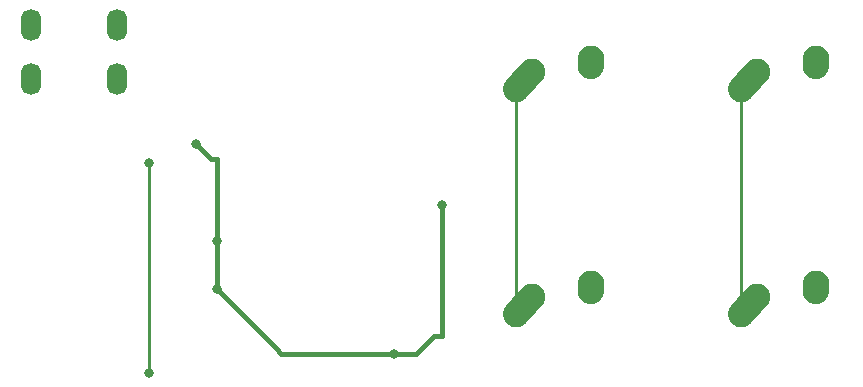
<source format=gtl>
G04 #@! TF.GenerationSoftware,KiCad,Pcbnew,(5.1.6)-1*
G04 #@! TF.CreationDate,2020-06-20T22:30:41-04:00*
G04 #@! TF.ProjectId,first-keep-pcb,66697273-742d-46b6-9565-702d7063622e,rev?*
G04 #@! TF.SameCoordinates,Original*
G04 #@! TF.FileFunction,Copper,L1,Top*
G04 #@! TF.FilePolarity,Positive*
%FSLAX46Y46*%
G04 Gerber Fmt 4.6, Leading zero omitted, Abs format (unit mm)*
G04 Created by KiCad (PCBNEW (5.1.6)-1) date 2020-06-20 22:30:41*
%MOMM*%
%LPD*%
G01*
G04 APERTURE LIST*
G04 #@! TA.AperFunction,ComponentPad*
%ADD10O,1.700000X2.700000*%
G04 #@! TD*
G04 #@! TA.AperFunction,ComponentPad*
%ADD11C,2.250000*%
G04 #@! TD*
G04 #@! TA.AperFunction,ViaPad*
%ADD12C,0.800000*%
G04 #@! TD*
G04 #@! TA.AperFunction,Conductor*
%ADD13C,0.381000*%
G04 #@! TD*
G04 #@! TA.AperFunction,Conductor*
%ADD14C,0.254000*%
G04 #@! TD*
G04 APERTURE END LIST*
D10*
G04 #@! TO.P,USB1,6*
G04 #@! TO.N,Net-(USB1-Pad6)*
X81281250Y-61118750D03*
X88581250Y-61118750D03*
X88581250Y-65618750D03*
X81281250Y-65618750D03*
G04 #@! TD*
D11*
G04 #@! TO.P,MX4,1*
G04 #@! TO.N,COL1*
X142756250Y-84106250D03*
G04 #@! TA.AperFunction,ComponentPad*
G36*
G01*
X140694933Y-86403595D02*
X140694933Y-86403595D01*
G75*
G02*
X140608905Y-84814933I751317J837345D01*
G01*
X141918907Y-83354933D01*
G75*
G02*
X143507569Y-83268905I837345J-751317D01*
G01*
X143507569Y-83268905D01*
G75*
G02*
X143593597Y-84857567I-751317J-837345D01*
G01*
X142283595Y-86317567D01*
G75*
G02*
X140694933Y-86403595I-837345J751317D01*
G01*
G37*
G04 #@! TD.AperFunction*
G04 #@! TO.P,MX4,2*
G04 #@! TO.N,Net-(D4-Pad2)*
X147796250Y-83026250D03*
G04 #@! TA.AperFunction,ComponentPad*
G36*
G01*
X147678847Y-84728584D02*
X147678847Y-84728584D01*
G75*
G02*
X146633916Y-83528847I77403J1122334D01*
G01*
X146673916Y-82948847D01*
G75*
G02*
X147873653Y-81903916I1122334J-77403D01*
G01*
X147873653Y-81903916D01*
G75*
G02*
X148918584Y-83103653I-77403J-1122334D01*
G01*
X148878584Y-83683653D01*
G75*
G02*
X147678847Y-84728584I-1122334J77403D01*
G01*
G37*
G04 #@! TD.AperFunction*
G04 #@! TD*
G04 #@! TO.P,MX3,1*
G04 #@! TO.N,COL1*
X142756250Y-65056250D03*
G04 #@! TA.AperFunction,ComponentPad*
G36*
G01*
X140694933Y-67353595D02*
X140694933Y-67353595D01*
G75*
G02*
X140608905Y-65764933I751317J837345D01*
G01*
X141918907Y-64304933D01*
G75*
G02*
X143507569Y-64218905I837345J-751317D01*
G01*
X143507569Y-64218905D01*
G75*
G02*
X143593597Y-65807567I-751317J-837345D01*
G01*
X142283595Y-67267567D01*
G75*
G02*
X140694933Y-67353595I-837345J751317D01*
G01*
G37*
G04 #@! TD.AperFunction*
G04 #@! TO.P,MX3,2*
G04 #@! TO.N,Net-(D3-Pad2)*
X147796250Y-63976250D03*
G04 #@! TA.AperFunction,ComponentPad*
G36*
G01*
X147678847Y-65678584D02*
X147678847Y-65678584D01*
G75*
G02*
X146633916Y-64478847I77403J1122334D01*
G01*
X146673916Y-63898847D01*
G75*
G02*
X147873653Y-62853916I1122334J-77403D01*
G01*
X147873653Y-62853916D01*
G75*
G02*
X148918584Y-64053653I-77403J-1122334D01*
G01*
X148878584Y-64633653D01*
G75*
G02*
X147678847Y-65678584I-1122334J77403D01*
G01*
G37*
G04 #@! TD.AperFunction*
G04 #@! TD*
G04 #@! TO.P,MX2,1*
G04 #@! TO.N,COL0*
X123706250Y-84106250D03*
G04 #@! TA.AperFunction,ComponentPad*
G36*
G01*
X121644933Y-86403595D02*
X121644933Y-86403595D01*
G75*
G02*
X121558905Y-84814933I751317J837345D01*
G01*
X122868907Y-83354933D01*
G75*
G02*
X124457569Y-83268905I837345J-751317D01*
G01*
X124457569Y-83268905D01*
G75*
G02*
X124543597Y-84857567I-751317J-837345D01*
G01*
X123233595Y-86317567D01*
G75*
G02*
X121644933Y-86403595I-837345J751317D01*
G01*
G37*
G04 #@! TD.AperFunction*
G04 #@! TO.P,MX2,2*
G04 #@! TO.N,Net-(D2-Pad2)*
X128746250Y-83026250D03*
G04 #@! TA.AperFunction,ComponentPad*
G36*
G01*
X128628847Y-84728584D02*
X128628847Y-84728584D01*
G75*
G02*
X127583916Y-83528847I77403J1122334D01*
G01*
X127623916Y-82948847D01*
G75*
G02*
X128823653Y-81903916I1122334J-77403D01*
G01*
X128823653Y-81903916D01*
G75*
G02*
X129868584Y-83103653I-77403J-1122334D01*
G01*
X129828584Y-83683653D01*
G75*
G02*
X128628847Y-84728584I-1122334J77403D01*
G01*
G37*
G04 #@! TD.AperFunction*
G04 #@! TD*
G04 #@! TO.P,MX1,1*
G04 #@! TO.N,COL0*
X123706250Y-65056250D03*
G04 #@! TA.AperFunction,ComponentPad*
G36*
G01*
X121644933Y-67353595D02*
X121644933Y-67353595D01*
G75*
G02*
X121558905Y-65764933I751317J837345D01*
G01*
X122868907Y-64304933D01*
G75*
G02*
X124457569Y-64218905I837345J-751317D01*
G01*
X124457569Y-64218905D01*
G75*
G02*
X124543597Y-65807567I-751317J-837345D01*
G01*
X123233595Y-67267567D01*
G75*
G02*
X121644933Y-67353595I-837345J751317D01*
G01*
G37*
G04 #@! TD.AperFunction*
G04 #@! TO.P,MX1,2*
G04 #@! TO.N,Net-(D1-Pad2)*
X128746250Y-63976250D03*
G04 #@! TA.AperFunction,ComponentPad*
G36*
G01*
X128628847Y-65678584D02*
X128628847Y-65678584D01*
G75*
G02*
X127583916Y-64478847I77403J1122334D01*
G01*
X127623916Y-63898847D01*
G75*
G02*
X128823653Y-62853916I1122334J-77403D01*
G01*
X128823653Y-62853916D01*
G75*
G02*
X129868584Y-64053653I-77403J-1122334D01*
G01*
X129828584Y-64633653D01*
G75*
G02*
X128628847Y-65678584I-1122334J77403D01*
G01*
G37*
G04 #@! TD.AperFunction*
G04 #@! TD*
D12*
G04 #@! TO.N,+5V*
X116078000Y-76327000D03*
X112014000Y-88900000D03*
X95250000Y-71120000D03*
X97028000Y-79375000D03*
X97028000Y-83439000D03*
G04 #@! TO.N,Net-(R3-Pad2)*
X91313000Y-90551000D03*
X91313000Y-72771000D03*
G04 #@! TD*
D13*
G04 #@! TO.N,+5V*
X116078000Y-76327000D02*
X116078000Y-87376000D01*
X116078000Y-87376000D02*
X115443000Y-87376000D01*
X115443000Y-87376000D02*
X113919000Y-88900000D01*
X113919000Y-88900000D02*
X112014000Y-88900000D01*
X97028000Y-72390000D02*
X96520000Y-72390000D01*
X96520000Y-72390000D02*
X95250000Y-71120000D01*
X97028000Y-79375000D02*
X97028000Y-72390000D01*
X97028000Y-83439000D02*
X97028000Y-79375000D01*
X102108000Y-88519000D02*
X97028000Y-83439000D01*
X102108000Y-88519000D02*
X102489000Y-88900000D01*
X112014000Y-88900000D02*
X102489000Y-88900000D01*
D14*
G04 #@! TO.N,COL0*
X122396250Y-68484750D02*
X122396250Y-85566250D01*
X122396250Y-66516250D02*
X122396250Y-68484750D01*
G04 #@! TO.N,COL1*
X141446250Y-68738750D02*
X141446250Y-85566250D01*
X141446250Y-66516250D02*
X141446250Y-68738750D01*
G04 #@! TO.N,Net-(R3-Pad2)*
X91313000Y-90551000D02*
X91313000Y-72771000D01*
G04 #@! TD*
M02*

</source>
